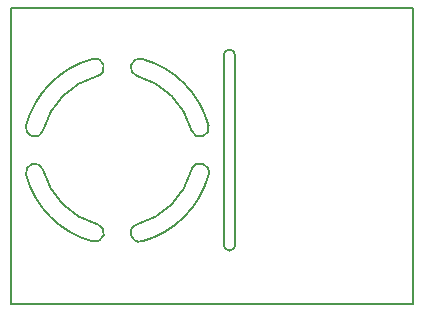
<source format=gbr>
G04 #@! TF.GenerationSoftware,KiCad,Pcbnew,(6.0.0-rc1-dev-1561-g9cac0a38c)*
G04 #@! TF.CreationDate,2019-02-19T07:23:42+01:00
G04 #@! TF.ProjectId,reference_board,72656665-7265-46e6-9365-5f626f617264,v3.1.0*
G04 #@! TF.SameCoordinates,Original*
G04 #@! TF.FileFunction,Profile,NP*
%FSLAX46Y46*%
G04 Gerber Fmt 4.6, Leading zero omitted, Abs format (unit mm)*
G04 Created by KiCad (PCBNEW (6.0.0-rc1-dev-1561-g9cac0a38c)) date 2019-02-19T07:23:42 CET*
%MOMM*%
%LPD*%
G04 APERTURE LIST*
%ADD10C,0.150000*%
G04 APERTURE END LIST*
D10*
X149000000Y-83000000D02*
X149000000Y-108000000D01*
X183000000Y-108000000D02*
X149000000Y-108000000D01*
X183000000Y-83000000D02*
X183000000Y-108000000D01*
X149000000Y-83000000D02*
X183000000Y-83000000D01*
X168000000Y-87000000D02*
G75*
G03X167000000Y-87000000I-500000J0D01*
G01*
X167000000Y-103000000D02*
G75*
G03X168000000Y-103000000I500000J0D01*
G01*
X167000000Y-87000000D02*
X167000000Y-103000000D01*
X168000000Y-87000000D02*
X168000000Y-103000000D01*
X159685077Y-88721360D02*
G75*
G02X164280000Y-93320000I-1685077J-6278640D01*
G01*
X160072327Y-87270624D02*
G75*
G02X165730000Y-92930000I-2072327J-7729376D01*
G01*
X165720000Y-92920000D02*
G75*
G02X164280000Y-93320000I-720000J-200000D01*
G01*
X159690000Y-88730000D02*
G75*
G02X160070000Y-87270000I190000J730000D01*
G01*
X151721360Y-93314923D02*
G75*
G02X156320000Y-88720000I6278640J-1685077D01*
G01*
X150270624Y-92927673D02*
G75*
G02X155930000Y-87270000I7729376J-2072327D01*
G01*
X155920000Y-87280000D02*
G75*
G02X156320000Y-88720000I200000J-720000D01*
G01*
X151730000Y-93310000D02*
G75*
G02X150270000Y-92930000I-730000J190000D01*
G01*
X156314923Y-101278640D02*
G75*
G02X151720000Y-96680000I1685077J6278640D01*
G01*
X155927673Y-102729376D02*
G75*
G02X150270000Y-97070000I2072327J7729376D01*
G01*
X150280000Y-97080000D02*
G75*
G02X151720000Y-96680000I720000J200000D01*
G01*
X156310000Y-101270000D02*
G75*
G02X155930000Y-102730000I-190000J-730000D01*
G01*
X164278640Y-96685077D02*
G75*
G02X159680000Y-101280000I-6278640J1685077D01*
G01*
X165729376Y-97072327D02*
G75*
G02X160070000Y-102730000I-7729376J2072327D01*
G01*
X160080000Y-102720000D02*
G75*
G02X159680000Y-101280000I-200000J720000D01*
G01*
X164270000Y-96690000D02*
G75*
G02X165730000Y-97070000I730000J-190000D01*
G01*
M02*

</source>
